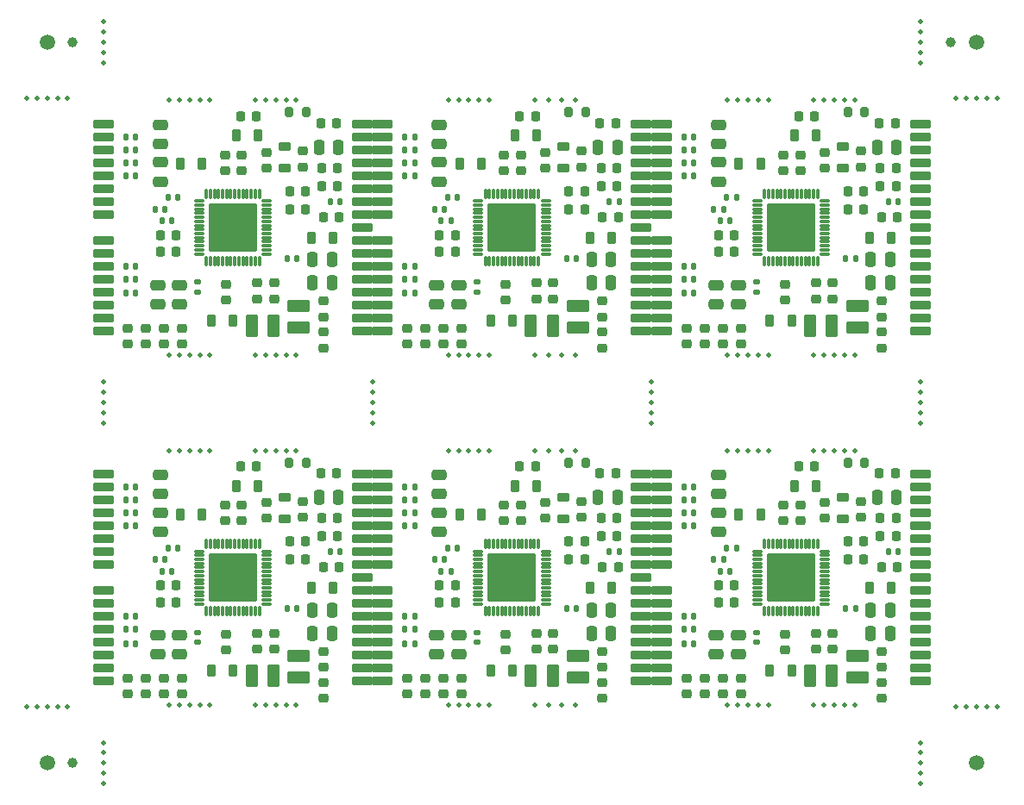
<source format=gts>
%TF.GenerationSoftware,KiCad,Pcbnew,9.0.5*%
%TF.CreationDate,2025-11-15T17:58:45+00:00*%
%TF.ProjectId,pmic_panel,706d6963-5f70-4616-9e65-6c2e6b696361,rev?*%
%TF.SameCoordinates,Original*%
%TF.FileFunction,Soldermask,Top*%
%TF.FilePolarity,Negative*%
%FSLAX46Y46*%
G04 Gerber Fmt 4.6, Leading zero omitted, Abs format (unit mm)*
G04 Created by KiCad (PCBNEW 9.0.5) date 2025-11-15 17:58:45*
%MOMM*%
%LPD*%
G01*
G04 APERTURE LIST*
G04 Aperture macros list*
%AMRoundRect*
0 Rectangle with rounded corners*
0 $1 Rounding radius*
0 $2 $3 $4 $5 $6 $7 $8 $9 X,Y pos of 4 corners*
0 Add a 4 corners polygon primitive as box body*
4,1,4,$2,$3,$4,$5,$6,$7,$8,$9,$2,$3,0*
0 Add four circle primitives for the rounded corners*
1,1,$1+$1,$2,$3*
1,1,$1+$1,$4,$5*
1,1,$1+$1,$6,$7*
1,1,$1+$1,$8,$9*
0 Add four rect primitives between the rounded corners*
20,1,$1+$1,$2,$3,$4,$5,0*
20,1,$1+$1,$4,$5,$6,$7,0*
20,1,$1+$1,$6,$7,$8,$9,0*
20,1,$1+$1,$8,$9,$2,$3,0*%
G04 Aperture macros list end*
%ADD10RoundRect,0.250000X0.250000X0.475000X-0.250000X0.475000X-0.250000X-0.475000X0.250000X-0.475000X0*%
%ADD11RoundRect,0.225000X0.225000X0.250000X-0.225000X0.250000X-0.225000X-0.250000X0.225000X-0.250000X0*%
%ADD12C,0.500000*%
%ADD13RoundRect,0.225000X-0.250000X0.225000X-0.250000X-0.225000X0.250000X-0.225000X0.250000X0.225000X0*%
%ADD14RoundRect,0.120000X-0.880000X-0.280000X0.880000X-0.280000X0.880000X0.280000X-0.880000X0.280000X0*%
%ADD15RoundRect,0.140000X-0.140000X-0.170000X0.140000X-0.170000X0.140000X0.170000X-0.140000X0.170000X0*%
%ADD16RoundRect,0.250000X0.475000X-0.250000X0.475000X0.250000X-0.475000X0.250000X-0.475000X-0.250000X0*%
%ADD17RoundRect,0.218750X-0.218750X-0.256250X0.218750X-0.256250X0.218750X0.256250X-0.218750X0.256250X0*%
%ADD18RoundRect,0.225000X0.250000X-0.225000X0.250000X0.225000X-0.250000X0.225000X-0.250000X-0.225000X0*%
%ADD19RoundRect,0.140000X0.140000X0.170000X-0.140000X0.170000X-0.140000X-0.170000X0.140000X-0.170000X0*%
%ADD20C,1.500000*%
%ADD21RoundRect,0.250000X0.850000X-0.375000X0.850000X0.375000X-0.850000X0.375000X-0.850000X-0.375000X0*%
%ADD22RoundRect,0.250000X-0.375000X-0.850000X0.375000X-0.850000X0.375000X0.850000X-0.375000X0.850000X0*%
%ADD23RoundRect,0.218750X-0.218750X-0.381250X0.218750X-0.381250X0.218750X0.381250X-0.218750X0.381250X0*%
%ADD24RoundRect,0.225000X-0.225000X-0.250000X0.225000X-0.250000X0.225000X0.250000X-0.225000X0.250000X0*%
%ADD25RoundRect,0.200000X0.200000X0.275000X-0.200000X0.275000X-0.200000X-0.275000X0.200000X-0.275000X0*%
%ADD26RoundRect,0.160000X0.391500X-0.000010X0.391500X0.000010X-0.391500X0.000010X-0.391500X-0.000010X0*%
%ADD27RoundRect,0.160000X-0.000010X-0.391650X0.000010X-0.391650X0.000010X0.391650X-0.000010X0.391650X0*%
%ADD28RoundRect,0.060000X-2.273300X-2.273300X2.273300X-2.273300X2.273300X2.273300X-2.273300X2.273300X0*%
%ADD29RoundRect,0.218750X0.218750X0.381250X-0.218750X0.381250X-0.218750X-0.381250X0.218750X-0.381250X0*%
%ADD30RoundRect,0.140000X-0.170000X0.140000X-0.170000X-0.140000X0.170000X-0.140000X0.170000X0.140000X0*%
%ADD31RoundRect,0.250000X-0.475000X0.250000X-0.475000X-0.250000X0.475000X-0.250000X0.475000X0.250000X0*%
%ADD32RoundRect,0.218750X0.381250X-0.218750X0.381250X0.218750X-0.381250X0.218750X-0.381250X-0.218750X0*%
%ADD33C,1.000000*%
G04 APERTURE END LIST*
D10*
%TO.C,C35*%
X131448000Y-67226000D03*
X129548000Y-67226000D03*
%TD*%
D11*
%TO.C,C40*%
X131400000Y-71036000D03*
X129850000Y-71036000D03*
%TD*%
D12*
%TO.C,KiKit_MB_23_2*%
X172666666Y-87600000D03*
%TD*%
D13*
%TO.C,C33*%
X184790000Y-50974000D03*
X184790000Y-52524000D03*
%TD*%
%TO.C,C34*%
X110813000Y-50593000D03*
X110813000Y-52143000D03*
%TD*%
D12*
%TO.C,KiKit_MB_14_4*%
X126333333Y-62600000D03*
%TD*%
D13*
%TO.C,C9*%
X178313000Y-46148000D03*
X178313000Y-47698000D03*
%TD*%
D14*
%TO.C,U2*%
X108400000Y-64940000D03*
X108400000Y-66210000D03*
X108400000Y-67480000D03*
X108400000Y-68750000D03*
X108400000Y-70020000D03*
X108400000Y-71290000D03*
X108400000Y-72560000D03*
X108400000Y-73830000D03*
X108400000Y-76370000D03*
X108400000Y-77640000D03*
X108400000Y-78910000D03*
X108400000Y-80180000D03*
X108400000Y-81450000D03*
X108400000Y-82720000D03*
X108400000Y-83990000D03*
X108400000Y-85260000D03*
X133800000Y-85260000D03*
X133800000Y-83990000D03*
X133800000Y-82720000D03*
X133800000Y-81450000D03*
X133800000Y-80180000D03*
X133800000Y-78910000D03*
X133800000Y-77640000D03*
X133800000Y-76370000D03*
X133800000Y-75100000D03*
X133800000Y-73830000D03*
X133800000Y-72560000D03*
X133800000Y-71290000D03*
X133800000Y-70020000D03*
X133800000Y-68750000D03*
X133800000Y-67480000D03*
X133800000Y-66210000D03*
X133800000Y-64940000D03*
%TD*%
D12*
%TO.C,KiKit_MB_31_2*%
X108400000Y-91300000D03*
%TD*%
D15*
%TO.C,C23*%
X110587000Y-44510000D03*
X111547000Y-44510000D03*
%TD*%
%TO.C,C22*%
X137987000Y-47177000D03*
X138947000Y-47177000D03*
%TD*%
D16*
%TO.C,C4*%
X113734000Y-48254000D03*
X113734000Y-46354000D03*
%TD*%
D12*
%TO.C,KiKit_MB_29_6*%
X108400000Y-24500000D03*
%TD*%
D15*
%TO.C,C26*%
X165387000Y-33080000D03*
X166347000Y-33080000D03*
%TD*%
D13*
%TO.C,C8*%
X175265000Y-46275000D03*
X175265000Y-47825000D03*
%TD*%
%TO.C,C31*%
X170947000Y-84993000D03*
X170947000Y-86543000D03*
%TD*%
D12*
%TO.C,KiKit_MB_2_5*%
X127333333Y-28200000D03*
%TD*%
D14*
%TO.C,U2*%
X108400000Y-30540000D03*
X108400000Y-31810000D03*
X108400000Y-33080000D03*
X108400000Y-34350000D03*
X108400000Y-35620000D03*
X108400000Y-36890000D03*
X108400000Y-38160000D03*
X108400000Y-39430000D03*
X108400000Y-41970000D03*
X108400000Y-43240000D03*
X108400000Y-44510000D03*
X108400000Y-45780000D03*
X108400000Y-47050000D03*
X108400000Y-48320000D03*
X108400000Y-49590000D03*
X108400000Y-50860000D03*
X133800000Y-50860000D03*
X133800000Y-49590000D03*
X133800000Y-48320000D03*
X133800000Y-47050000D03*
X133800000Y-45780000D03*
X133800000Y-44510000D03*
X133800000Y-43240000D03*
X133800000Y-41970000D03*
X133800000Y-40700000D03*
X133800000Y-39430000D03*
X133800000Y-38160000D03*
X133800000Y-36890000D03*
X133800000Y-35620000D03*
X133800000Y-34350000D03*
X133800000Y-33080000D03*
X133800000Y-31810000D03*
X133800000Y-30540000D03*
%TD*%
D12*
%TO.C,KiKit_MB_27_4*%
X162200000Y-57900000D03*
%TD*%
%TO.C,KiKit_MB_1_4*%
X117866667Y-28200000D03*
%TD*%
D13*
%TO.C,C31*%
X143547000Y-50593000D03*
X143547000Y-52143000D03*
%TD*%
D17*
%TO.C,D1*%
X129742500Y-30430000D03*
X131317500Y-30430000D03*
%TD*%
D13*
%TO.C,C5*%
X112591000Y-50593000D03*
X112591000Y-52143000D03*
%TD*%
D11*
%TO.C,C38*%
X123399000Y-29778000D03*
X121849000Y-29778000D03*
%TD*%
D18*
%TO.C,C12*%
X175138000Y-35125000D03*
X175138000Y-33575000D03*
%TD*%
D19*
%TO.C,C15*%
X143138000Y-72179000D03*
X142178000Y-72179000D03*
%TD*%
D13*
%TO.C,C10*%
X152564000Y-80548000D03*
X152564000Y-82098000D03*
%TD*%
D12*
%TO.C,KiKit_MB_8_1*%
X154733333Y-53200000D03*
%TD*%
D13*
%TO.C,C30*%
X169169000Y-50593000D03*
X169169000Y-52143000D03*
%TD*%
D10*
%TO.C,C7*%
X185613000Y-78275000D03*
X183713000Y-78275000D03*
%TD*%
D12*
%TO.C,KiKit_MB_12_4*%
X179133333Y-53200000D03*
%TD*%
D19*
%TO.C,C2*%
X131613000Y-38160000D03*
X130653000Y-38160000D03*
%TD*%
%TO.C,C29*%
X115103000Y-74465000D03*
X114143000Y-74465000D03*
%TD*%
D20*
%TO.C,KiKit_TO_1*%
X102900000Y-22500000D03*
%TD*%
D12*
%TO.C,KiKit_MB_21_4*%
X172666666Y-62600000D03*
%TD*%
D21*
%TO.C,L7*%
X127577000Y-50538000D03*
X127577000Y-48388000D03*
%TD*%
D18*
%TO.C,C19*%
X151802000Y-34871000D03*
X151802000Y-33321000D03*
%TD*%
D10*
%TO.C,C7*%
X158213000Y-43875000D03*
X156313000Y-43875000D03*
%TD*%
D13*
%TO.C,C33*%
X184790000Y-85374000D03*
X184790000Y-86924000D03*
%TD*%
D15*
%TO.C,C27*%
X110587000Y-66210000D03*
X111547000Y-66210000D03*
%TD*%
D12*
%TO.C,KiKit_MB_36_6*%
X196100000Y-87800000D03*
%TD*%
D15*
%TO.C,C1*%
X181262000Y-78148000D03*
X182222000Y-78148000D03*
%TD*%
%TO.C,C23*%
X165387000Y-44510000D03*
X166347000Y-44510000D03*
%TD*%
D22*
%TO.C,L6*%
X177746000Y-84752000D03*
X179896000Y-84752000D03*
%TD*%
D12*
%TO.C,KiKit_MB_4_1*%
X127333333Y-53200000D03*
%TD*%
D15*
%TO.C,C22*%
X165387000Y-81577000D03*
X166347000Y-81577000D03*
%TD*%
D12*
%TO.C,KiKit_MB_13_1*%
X114866667Y-62600000D03*
%TD*%
D23*
%TO.C,L2*%
X119021500Y-49844000D03*
X121146500Y-49844000D03*
%TD*%
D11*
%TO.C,C39*%
X186200000Y-34858000D03*
X184650000Y-34858000D03*
%TD*%
D10*
%TO.C,C6*%
X185613000Y-80561000D03*
X183713000Y-80561000D03*
%TD*%
D11*
%TO.C,C20*%
X170325000Y-75862000D03*
X168775000Y-75862000D03*
%TD*%
D12*
%TO.C,KiKit_MB_31_5*%
X108400000Y-94300000D03*
%TD*%
D15*
%TO.C,C1*%
X126462000Y-78148000D03*
X127422000Y-78148000D03*
%TD*%
D11*
%TO.C,C38*%
X178199000Y-64178000D03*
X176649000Y-64178000D03*
%TD*%
D12*
%TO.C,KiKit_MB_23_5*%
X169666666Y-87600000D03*
%TD*%
D15*
%TO.C,C18*%
X165387000Y-80180000D03*
X166347000Y-80180000D03*
%TD*%
%TO.C,C1*%
X153862000Y-43748000D03*
X154822000Y-43748000D03*
%TD*%
D14*
%TO.C,U2*%
X163200000Y-30540000D03*
X163200000Y-31810000D03*
X163200000Y-33080000D03*
X163200000Y-34350000D03*
X163200000Y-35620000D03*
X163200000Y-36890000D03*
X163200000Y-38160000D03*
X163200000Y-39430000D03*
X163200000Y-41970000D03*
X163200000Y-43240000D03*
X163200000Y-44510000D03*
X163200000Y-45780000D03*
X163200000Y-47050000D03*
X163200000Y-48320000D03*
X163200000Y-49590000D03*
X163200000Y-50860000D03*
X188600000Y-50860000D03*
X188600000Y-49590000D03*
X188600000Y-48320000D03*
X188600000Y-47050000D03*
X188600000Y-45780000D03*
X188600000Y-44510000D03*
X188600000Y-43240000D03*
X188600000Y-41970000D03*
X188600000Y-40700000D03*
X188600000Y-39430000D03*
X188600000Y-38160000D03*
X188600000Y-36890000D03*
X188600000Y-35620000D03*
X188600000Y-34350000D03*
X188600000Y-33080000D03*
X188600000Y-31810000D03*
X188600000Y-30540000D03*
%TD*%
D24*
%TO.C,C14*%
X181475000Y-38922000D03*
X183025000Y-38922000D03*
%TD*%
D12*
%TO.C,KiKit_MB_32_4*%
X188600000Y-93300000D03*
%TD*%
D15*
%TO.C,C18*%
X137987000Y-80180000D03*
X138947000Y-80180000D03*
%TD*%
D13*
%TO.C,C41*%
X127958000Y-67594000D03*
X127958000Y-69144000D03*
%TD*%
D12*
%TO.C,KiKit_MB_11_1*%
X173666666Y-53200000D03*
%TD*%
D10*
%TO.C,C35*%
X158848000Y-32826000D03*
X156948000Y-32826000D03*
%TD*%
D23*
%TO.C,L4*%
X176234500Y-31683000D03*
X178359500Y-31683000D03*
%TD*%
D12*
%TO.C,KiKit_MB_7_4*%
X143266666Y-53200000D03*
%TD*%
%TO.C,KiKit_MB_16_3*%
X125333333Y-87600000D03*
%TD*%
%TO.C,KiKit_MB_17_4*%
X145266666Y-62600000D03*
%TD*%
%TO.C,KiKit_MB_34_3*%
X101900000Y-87800000D03*
%TD*%
D20*
%TO.C,KiKit_TO_2*%
X194100000Y-22500000D03*
%TD*%
D12*
%TO.C,KiKit_MB_20_1*%
X154733333Y-87600000D03*
%TD*%
D18*
%TO.C,C11*%
X176789000Y-35125000D03*
X176789000Y-33575000D03*
%TD*%
D21*
%TO.C,L7*%
X154977000Y-84938000D03*
X154977000Y-82788000D03*
%TD*%
D25*
%TO.C,R1*%
X155705000Y-29380000D03*
X154055000Y-29380000D03*
%TD*%
D12*
%TO.C,KiKit_MB_28_4*%
X188600000Y-57900000D03*
%TD*%
%TO.C,KiKit_MB_4_3*%
X125333333Y-53200000D03*
%TD*%
D18*
%TO.C,C11*%
X121989000Y-35125000D03*
X121989000Y-33575000D03*
%TD*%
D19*
%TO.C,C29*%
X169903000Y-74465000D03*
X168943000Y-74465000D03*
%TD*%
D24*
%TO.C,C13*%
X126675000Y-37144000D03*
X128225000Y-37144000D03*
%TD*%
D12*
%TO.C,KiKit_MB_16_5*%
X123333333Y-87600000D03*
%TD*%
D11*
%TO.C,C40*%
X186200000Y-71036000D03*
X184650000Y-71036000D03*
%TD*%
D12*
%TO.C,KiKit_MB_4_4*%
X124333333Y-53200000D03*
%TD*%
D10*
%TO.C,C35*%
X158848000Y-67226000D03*
X156948000Y-67226000D03*
%TD*%
D16*
%TO.C,C4*%
X141134000Y-48254000D03*
X141134000Y-46354000D03*
%TD*%
D23*
%TO.C,L4*%
X176234500Y-66083000D03*
X178359500Y-66083000D03*
%TD*%
D13*
%TO.C,C30*%
X114369000Y-50593000D03*
X114369000Y-52143000D03*
%TD*%
D19*
%TO.C,C2*%
X131613000Y-72560000D03*
X130653000Y-72560000D03*
%TD*%
D12*
%TO.C,KiKit_MB_23_4*%
X170666666Y-87600000D03*
%TD*%
D17*
%TO.C,D1*%
X184542500Y-64830000D03*
X186117500Y-64830000D03*
%TD*%
D10*
%TO.C,C6*%
X158213000Y-80561000D03*
X156313000Y-80561000D03*
%TD*%
%TO.C,C7*%
X185613000Y-43875000D03*
X183713000Y-43875000D03*
%TD*%
D26*
%TO.C,U1*%
X172589000Y-38099675D03*
X172589000Y-38499725D03*
X172589000Y-38899775D03*
X172589000Y-39299825D03*
X172589000Y-39699875D03*
X172589000Y-40099925D03*
X172589000Y-40499975D03*
X172589000Y-40900025D03*
X172589000Y-41300075D03*
X172589000Y-41700125D03*
X172589000Y-42100175D03*
X172589000Y-42500225D03*
X172589000Y-42900275D03*
X172589000Y-43300325D03*
D27*
X173299675Y-44011000D03*
X173699725Y-44011000D03*
X174099775Y-44011000D03*
X174499825Y-44011000D03*
X174899875Y-44011000D03*
X175299925Y-44011000D03*
X175699975Y-44011000D03*
X176100025Y-44011000D03*
X176500075Y-44011000D03*
X176900125Y-44011000D03*
X177300175Y-44011000D03*
X177700225Y-44011000D03*
X178100275Y-44011000D03*
X178500325Y-44011000D03*
D26*
X179211000Y-43300325D03*
X179211000Y-42900275D03*
X179211000Y-42500225D03*
X179211000Y-42100175D03*
X179211000Y-41700125D03*
X179211000Y-41300075D03*
X179211000Y-40900025D03*
X179211000Y-40499975D03*
X179211000Y-40099925D03*
X179211000Y-39699875D03*
X179211000Y-39299825D03*
X179211000Y-38899775D03*
X179211000Y-38499725D03*
X179211000Y-38099675D03*
D27*
X178500325Y-37389000D03*
X178100275Y-37389000D03*
X177700225Y-37389000D03*
X177300175Y-37389000D03*
X176900125Y-37389000D03*
X176500075Y-37389000D03*
X176100025Y-37389000D03*
X175699975Y-37389000D03*
X175299925Y-37389000D03*
X174899875Y-37389000D03*
X174499825Y-37389000D03*
X174099775Y-37389000D03*
X173699725Y-37389000D03*
X173299675Y-37389000D03*
D28*
X175900000Y-40700000D03*
%TD*%
D12*
%TO.C,KiKit_MB_35_6*%
X196100000Y-28000000D03*
%TD*%
%TO.C,KiKit_MB_36_2*%
X192100000Y-87800000D03*
%TD*%
D16*
%TO.C,C4*%
X168534000Y-48254000D03*
X168534000Y-46354000D03*
%TD*%
D11*
%TO.C,C38*%
X150799000Y-64178000D03*
X149249000Y-64178000D03*
%TD*%
D12*
%TO.C,KiKit_MB_34_4*%
X102900000Y-87800000D03*
%TD*%
D11*
%TO.C,C21*%
X170325000Y-43113000D03*
X168775000Y-43113000D03*
%TD*%
D29*
%TO.C,L5*%
X118098500Y-68877000D03*
X115973500Y-68877000D03*
%TD*%
D12*
%TO.C,KiKit_MB_7_2*%
X145266666Y-53200000D03*
%TD*%
D19*
%TO.C,C15*%
X170538000Y-37779000D03*
X169578000Y-37779000D03*
%TD*%
D13*
%TO.C,C10*%
X125164000Y-46148000D03*
X125164000Y-47698000D03*
%TD*%
D10*
%TO.C,C7*%
X158213000Y-78275000D03*
X156313000Y-78275000D03*
%TD*%
D16*
%TO.C,C36*%
X141388000Y-66906000D03*
X141388000Y-65006000D03*
%TD*%
D13*
%TO.C,C34*%
X165613000Y-50593000D03*
X165613000Y-52143000D03*
%TD*%
D15*
%TO.C,C24*%
X110587000Y-70020000D03*
X111547000Y-70020000D03*
%TD*%
D19*
%TO.C,C29*%
X115103000Y-40065000D03*
X114143000Y-40065000D03*
%TD*%
D29*
%TO.C,L5*%
X172898500Y-34477000D03*
X170773500Y-34477000D03*
%TD*%
D10*
%TO.C,C35*%
X131448000Y-32826000D03*
X129548000Y-32826000D03*
%TD*%
D12*
%TO.C,KiKit_MB_32_6*%
X188600000Y-95300000D03*
%TD*%
D13*
%TO.C,C31*%
X116147000Y-50593000D03*
X116147000Y-52143000D03*
%TD*%
D12*
%TO.C,KiKit_MB_26_6*%
X134800000Y-59900000D03*
%TD*%
%TO.C,KiKit_MB_10_1*%
X178133333Y-28200000D03*
%TD*%
%TO.C,KiKit_MB_10_2*%
X179133333Y-28200000D03*
%TD*%
D23*
%TO.C,L4*%
X148834500Y-66083000D03*
X150959500Y-66083000D03*
%TD*%
D11*
%TO.C,C40*%
X158800000Y-71036000D03*
X157250000Y-71036000D03*
%TD*%
D30*
%TO.C,C17*%
X145071000Y-46062000D03*
X145071000Y-47022000D03*
%TD*%
D12*
%TO.C,KiKit_MB_19_5*%
X142266666Y-87600000D03*
%TD*%
%TO.C,KiKit_MB_19_2*%
X145266666Y-87600000D03*
%TD*%
D15*
%TO.C,C18*%
X110587000Y-80180000D03*
X111547000Y-80180000D03*
%TD*%
D16*
%TO.C,C3*%
X170693000Y-48254000D03*
X170693000Y-46354000D03*
%TD*%
D11*
%TO.C,C20*%
X142925000Y-75862000D03*
X141375000Y-75862000D03*
%TD*%
D12*
%TO.C,KiKit_MB_7_5*%
X142266666Y-53200000D03*
%TD*%
D23*
%TO.C,L1*%
X128800500Y-41716000D03*
X130925500Y-41716000D03*
%TD*%
D13*
%TO.C,C8*%
X120465000Y-46275000D03*
X120465000Y-47825000D03*
%TD*%
D12*
%TO.C,KiKit_MB_17_2*%
X143266666Y-62600000D03*
%TD*%
D29*
%TO.C,L5*%
X118098500Y-34477000D03*
X115973500Y-34477000D03*
%TD*%
D12*
%TO.C,KiKit_MB_14_2*%
X124333333Y-62600000D03*
%TD*%
D24*
%TO.C,C13*%
X181475000Y-37144000D03*
X183025000Y-37144000D03*
%TD*%
D19*
%TO.C,C15*%
X170538000Y-72179000D03*
X169578000Y-72179000D03*
%TD*%
D12*
%TO.C,KiKit_MB_28_5*%
X188600000Y-58900000D03*
%TD*%
D16*
%TO.C,C4*%
X141134000Y-82654000D03*
X141134000Y-80754000D03*
%TD*%
D15*
%TO.C,C26*%
X137987000Y-67480000D03*
X138947000Y-67480000D03*
%TD*%
D12*
%TO.C,KiKit_MB_10_5*%
X182133333Y-28200000D03*
%TD*%
D26*
%TO.C,U1*%
X145189000Y-38099675D03*
X145189000Y-38499725D03*
X145189000Y-38899775D03*
X145189000Y-39299825D03*
X145189000Y-39699875D03*
X145189000Y-40099925D03*
X145189000Y-40499975D03*
X145189000Y-40900025D03*
X145189000Y-41300075D03*
X145189000Y-41700125D03*
X145189000Y-42100175D03*
X145189000Y-42500225D03*
X145189000Y-42900275D03*
X145189000Y-43300325D03*
D27*
X145899675Y-44011000D03*
X146299725Y-44011000D03*
X146699775Y-44011000D03*
X147099825Y-44011000D03*
X147499875Y-44011000D03*
X147899925Y-44011000D03*
X148299975Y-44011000D03*
X148700025Y-44011000D03*
X149100075Y-44011000D03*
X149500125Y-44011000D03*
X149900175Y-44011000D03*
X150300225Y-44011000D03*
X150700275Y-44011000D03*
X151100325Y-44011000D03*
D26*
X151811000Y-43300325D03*
X151811000Y-42900275D03*
X151811000Y-42500225D03*
X151811000Y-42100175D03*
X151811000Y-41700125D03*
X151811000Y-41300075D03*
X151811000Y-40900025D03*
X151811000Y-40499975D03*
X151811000Y-40099925D03*
X151811000Y-39699875D03*
X151811000Y-39299825D03*
X151811000Y-38899775D03*
X151811000Y-38499725D03*
X151811000Y-38099675D03*
D27*
X151100325Y-37389000D03*
X150700275Y-37389000D03*
X150300225Y-37389000D03*
X149900175Y-37389000D03*
X149500125Y-37389000D03*
X149100075Y-37389000D03*
X148700025Y-37389000D03*
X148299975Y-37389000D03*
X147899925Y-37389000D03*
X147499875Y-37389000D03*
X147099825Y-37389000D03*
X146699775Y-37389000D03*
X146299725Y-37389000D03*
X145899675Y-37389000D03*
D28*
X148500000Y-40700000D03*
%TD*%
D15*
%TO.C,C23*%
X137987000Y-44510000D03*
X138947000Y-44510000D03*
%TD*%
D18*
%TO.C,C11*%
X176789000Y-69525000D03*
X176789000Y-67975000D03*
%TD*%
D14*
%TO.C,U2*%
X163200000Y-64940000D03*
X163200000Y-66210000D03*
X163200000Y-67480000D03*
X163200000Y-68750000D03*
X163200000Y-70020000D03*
X163200000Y-71290000D03*
X163200000Y-72560000D03*
X163200000Y-73830000D03*
X163200000Y-76370000D03*
X163200000Y-77640000D03*
X163200000Y-78910000D03*
X163200000Y-80180000D03*
X163200000Y-81450000D03*
X163200000Y-82720000D03*
X163200000Y-83990000D03*
X163200000Y-85260000D03*
X188600000Y-85260000D03*
X188600000Y-83990000D03*
X188600000Y-82720000D03*
X188600000Y-81450000D03*
X188600000Y-80180000D03*
X188600000Y-78910000D03*
X188600000Y-77640000D03*
X188600000Y-76370000D03*
X188600000Y-75100000D03*
X188600000Y-73830000D03*
X188600000Y-72560000D03*
X188600000Y-71290000D03*
X188600000Y-70020000D03*
X188600000Y-68750000D03*
X188600000Y-67480000D03*
X188600000Y-66210000D03*
X188600000Y-64940000D03*
%TD*%
D21*
%TO.C,L7*%
X154977000Y-50538000D03*
X154977000Y-48388000D03*
%TD*%
D15*
%TO.C,C24*%
X165387000Y-35620000D03*
X166347000Y-35620000D03*
%TD*%
D12*
%TO.C,KiKit_MB_12_3*%
X180133333Y-53200000D03*
%TD*%
D21*
%TO.C,L7*%
X127577000Y-84938000D03*
X127577000Y-82788000D03*
%TD*%
D12*
%TO.C,KiKit_MB_33_2*%
X100900000Y-28000000D03*
%TD*%
D11*
%TO.C,C21*%
X115525000Y-77513000D03*
X113975000Y-77513000D03*
%TD*%
D12*
%TO.C,KiKit_MB_21_1*%
X169666666Y-62600000D03*
%TD*%
%TO.C,KiKit_MB_15_1*%
X118866667Y-87600000D03*
%TD*%
%TO.C,KiKit_MB_34_5*%
X103900000Y-87800000D03*
%TD*%
%TO.C,KiKit_MB_6_1*%
X150733333Y-28200000D03*
%TD*%
D11*
%TO.C,C38*%
X150799000Y-29778000D03*
X149249000Y-29778000D03*
%TD*%
D12*
%TO.C,KiKit_MB_22_3*%
X180133333Y-62600000D03*
%TD*%
D11*
%TO.C,C39*%
X158800000Y-34858000D03*
X157250000Y-34858000D03*
%TD*%
D31*
%TO.C,C37*%
X168788000Y-34289000D03*
X168788000Y-36189000D03*
%TD*%
D11*
%TO.C,C40*%
X186200000Y-36636000D03*
X184650000Y-36636000D03*
%TD*%
D32*
%TO.C,L3*%
X126180000Y-34904500D03*
X126180000Y-32779500D03*
%TD*%
D13*
%TO.C,C41*%
X127958000Y-33194000D03*
X127958000Y-34744000D03*
%TD*%
D12*
%TO.C,KiKit_MB_32_5*%
X188600000Y-94300000D03*
%TD*%
D11*
%TO.C,C38*%
X123399000Y-64178000D03*
X121849000Y-64178000D03*
%TD*%
D12*
%TO.C,KiKit_MB_27_5*%
X162200000Y-56900000D03*
%TD*%
D33*
%TO.C,KiKit_FID_T_1*%
X105400000Y-22500000D03*
%TD*%
D25*
%TO.C,R1*%
X183105000Y-29380000D03*
X181455000Y-29380000D03*
%TD*%
D12*
%TO.C,KiKit_MB_28_6*%
X188600000Y-59900000D03*
%TD*%
D24*
%TO.C,C14*%
X126675000Y-38922000D03*
X128225000Y-38922000D03*
%TD*%
D16*
%TO.C,C4*%
X168534000Y-82654000D03*
X168534000Y-80754000D03*
%TD*%
%TO.C,C3*%
X115893000Y-82654000D03*
X115893000Y-80754000D03*
%TD*%
D21*
%TO.C,L7*%
X182377000Y-50538000D03*
X182377000Y-48388000D03*
%TD*%
D26*
%TO.C,U1*%
X117789000Y-72499675D03*
X117789000Y-72899725D03*
X117789000Y-73299775D03*
X117789000Y-73699825D03*
X117789000Y-74099875D03*
X117789000Y-74499925D03*
X117789000Y-74899975D03*
X117789000Y-75300025D03*
X117789000Y-75700075D03*
X117789000Y-76100125D03*
X117789000Y-76500175D03*
X117789000Y-76900225D03*
X117789000Y-77300275D03*
X117789000Y-77700325D03*
D27*
X118499675Y-78411000D03*
X118899725Y-78411000D03*
X119299775Y-78411000D03*
X119699825Y-78411000D03*
X120099875Y-78411000D03*
X120499925Y-78411000D03*
X120899975Y-78411000D03*
X121300025Y-78411000D03*
X121700075Y-78411000D03*
X122100125Y-78411000D03*
X122500175Y-78411000D03*
X122900225Y-78411000D03*
X123300275Y-78411000D03*
X123700325Y-78411000D03*
D26*
X124411000Y-77700325D03*
X124411000Y-77300275D03*
X124411000Y-76900225D03*
X124411000Y-76500175D03*
X124411000Y-76100125D03*
X124411000Y-75700075D03*
X124411000Y-75300025D03*
X124411000Y-74899975D03*
X124411000Y-74499925D03*
X124411000Y-74099875D03*
X124411000Y-73699825D03*
X124411000Y-73299775D03*
X124411000Y-72899725D03*
X124411000Y-72499675D03*
D27*
X123700325Y-71789000D03*
X123300275Y-71789000D03*
X122900225Y-71789000D03*
X122500175Y-71789000D03*
X122100125Y-71789000D03*
X121700075Y-71789000D03*
X121300025Y-71789000D03*
X120899975Y-71789000D03*
X120499925Y-71789000D03*
X120099875Y-71789000D03*
X119699825Y-71789000D03*
X119299775Y-71789000D03*
X118899725Y-71789000D03*
X118499675Y-71789000D03*
D28*
X121100000Y-75100000D03*
%TD*%
D12*
%TO.C,KiKit_MB_20_3*%
X152066666Y-87600000D03*
%TD*%
%TO.C,KiKit_MB_19_3*%
X144266666Y-87600000D03*
%TD*%
%TO.C,KiKit_MB_11_4*%
X170666666Y-53200000D03*
%TD*%
%TO.C,KiKit_MB_5_2*%
X143266666Y-28200000D03*
%TD*%
%TO.C,KiKit_MB_13_4*%
X117866667Y-62600000D03*
%TD*%
D15*
%TO.C,C1*%
X153862000Y-78148000D03*
X154822000Y-78148000D03*
%TD*%
D23*
%TO.C,L1*%
X128800500Y-76116000D03*
X130925500Y-76116000D03*
%TD*%
D18*
%TO.C,C19*%
X124402000Y-34871000D03*
X124402000Y-33321000D03*
%TD*%
D11*
%TO.C,C39*%
X158800000Y-69258000D03*
X157250000Y-69258000D03*
%TD*%
D16*
%TO.C,C3*%
X170693000Y-82654000D03*
X170693000Y-80754000D03*
%TD*%
D13*
%TO.C,C33*%
X157390000Y-85374000D03*
X157390000Y-86924000D03*
%TD*%
D12*
%TO.C,KiKit_MB_14_3*%
X125333333Y-62600000D03*
%TD*%
D33*
%TO.C,KiKit_FID_T_2*%
X191600000Y-22500000D03*
%TD*%
D12*
%TO.C,KiKit_MB_9_2*%
X170666666Y-28200000D03*
%TD*%
%TO.C,KiKit_MB_30_4*%
X188600000Y-22500000D03*
%TD*%
%TO.C,KiKit_MB_9_4*%
X172666666Y-28200000D03*
%TD*%
D32*
%TO.C,L3*%
X153580000Y-34904500D03*
X153580000Y-32779500D03*
%TD*%
D25*
%TO.C,R1*%
X128305000Y-29380000D03*
X126655000Y-29380000D03*
%TD*%
D13*
%TO.C,C5*%
X139991000Y-50593000D03*
X139991000Y-52143000D03*
%TD*%
D16*
%TO.C,C36*%
X168788000Y-32506000D03*
X168788000Y-30606000D03*
%TD*%
D15*
%TO.C,C18*%
X110587000Y-45780000D03*
X111547000Y-45780000D03*
%TD*%
D12*
%TO.C,KiKit_MB_4_2*%
X126333333Y-53200000D03*
%TD*%
D11*
%TO.C,C21*%
X142925000Y-77513000D03*
X141375000Y-77513000D03*
%TD*%
D15*
%TO.C,C27*%
X165387000Y-66210000D03*
X166347000Y-66210000D03*
%TD*%
D13*
%TO.C,C31*%
X116147000Y-84993000D03*
X116147000Y-86543000D03*
%TD*%
D12*
%TO.C,KiKit_MB_26_4*%
X134800000Y-57900000D03*
%TD*%
D30*
%TO.C,C17*%
X172471000Y-46062000D03*
X172471000Y-47022000D03*
%TD*%
D10*
%TO.C,C6*%
X130813000Y-46161000D03*
X128913000Y-46161000D03*
%TD*%
D23*
%TO.C,L1*%
X156200500Y-76116000D03*
X158325500Y-76116000D03*
%TD*%
D11*
%TO.C,C20*%
X115525000Y-75862000D03*
X113975000Y-75862000D03*
%TD*%
D18*
%TO.C,C32*%
X129990000Y-49476000D03*
X129990000Y-47926000D03*
%TD*%
D19*
%TO.C,C29*%
X142503000Y-40065000D03*
X141543000Y-40065000D03*
%TD*%
D29*
%TO.C,L5*%
X172898500Y-68877000D03*
X170773500Y-68877000D03*
%TD*%
D12*
%TO.C,KiKit_MB_33_5*%
X103900000Y-28000000D03*
%TD*%
D15*
%TO.C,C27*%
X137987000Y-66210000D03*
X138947000Y-66210000D03*
%TD*%
D12*
%TO.C,KiKit_MB_10_3*%
X180133333Y-28200000D03*
%TD*%
D16*
%TO.C,C4*%
X113734000Y-82654000D03*
X113734000Y-80754000D03*
%TD*%
D19*
%TO.C,C29*%
X169903000Y-40065000D03*
X168943000Y-40065000D03*
%TD*%
D12*
%TO.C,KiKit_MB_16_2*%
X126333333Y-87600000D03*
%TD*%
D31*
%TO.C,C37*%
X168788000Y-68689000D03*
X168788000Y-70589000D03*
%TD*%
D23*
%TO.C,L4*%
X121434500Y-66083000D03*
X123559500Y-66083000D03*
%TD*%
D12*
%TO.C,KiKit_MB_13_3*%
X116866667Y-62600000D03*
%TD*%
D13*
%TO.C,C30*%
X141769000Y-50593000D03*
X141769000Y-52143000D03*
%TD*%
%TO.C,C8*%
X175265000Y-80675000D03*
X175265000Y-82225000D03*
%TD*%
D12*
%TO.C,KiKit_MB_30_5*%
X188600000Y-23500000D03*
%TD*%
D20*
%TO.C,KiKit_TO_3*%
X102900000Y-93300000D03*
%TD*%
D13*
%TO.C,C33*%
X129990000Y-85374000D03*
X129990000Y-86924000D03*
%TD*%
D12*
%TO.C,KiKit_MB_11_3*%
X171666666Y-53200000D03*
%TD*%
D15*
%TO.C,C24*%
X165387000Y-70020000D03*
X166347000Y-70020000D03*
%TD*%
D24*
%TO.C,C14*%
X154075000Y-73322000D03*
X155625000Y-73322000D03*
%TD*%
D32*
%TO.C,L3*%
X180980000Y-69304500D03*
X180980000Y-67179500D03*
%TD*%
D16*
%TO.C,C36*%
X113988000Y-32506000D03*
X113988000Y-30606000D03*
%TD*%
%TO.C,C36*%
X113988000Y-66906000D03*
X113988000Y-65006000D03*
%TD*%
D11*
%TO.C,C28*%
X131527000Y-39684000D03*
X129977000Y-39684000D03*
%TD*%
%TO.C,C28*%
X186327000Y-39684000D03*
X184777000Y-39684000D03*
%TD*%
D12*
%TO.C,KiKit_MB_35_4*%
X194100000Y-28000000D03*
%TD*%
%TO.C,KiKit_MB_29_2*%
X108400000Y-20500000D03*
%TD*%
D23*
%TO.C,L2*%
X146421500Y-84244000D03*
X148546500Y-84244000D03*
%TD*%
D15*
%TO.C,C23*%
X110587000Y-78910000D03*
X111547000Y-78910000D03*
%TD*%
D13*
%TO.C,C5*%
X167391000Y-50593000D03*
X167391000Y-52143000D03*
%TD*%
D30*
%TO.C,C17*%
X117671000Y-46062000D03*
X117671000Y-47022000D03*
%TD*%
D19*
%TO.C,C15*%
X143138000Y-37779000D03*
X142178000Y-37779000D03*
%TD*%
D12*
%TO.C,KiKit_MB_7_3*%
X144266666Y-53200000D03*
%TD*%
D18*
%TO.C,C32*%
X157390000Y-83876000D03*
X157390000Y-82326000D03*
%TD*%
D23*
%TO.C,L1*%
X183600500Y-76116000D03*
X185725500Y-76116000D03*
%TD*%
D12*
%TO.C,KiKit_MB_18_4*%
X154733333Y-62600000D03*
%TD*%
%TO.C,KiKit_MB_24_1*%
X182133333Y-87600000D03*
%TD*%
%TO.C,KiKit_MB_27_6*%
X162200000Y-55900000D03*
%TD*%
%TO.C,KiKit_MB_28_3*%
X188600000Y-56900000D03*
%TD*%
%TO.C,KiKit_MB_16_1*%
X127333333Y-87600000D03*
%TD*%
D15*
%TO.C,C24*%
X137987000Y-35620000D03*
X138947000Y-35620000D03*
%TD*%
%TO.C,C25*%
X110587000Y-68750000D03*
X111547000Y-68750000D03*
%TD*%
D18*
%TO.C,C11*%
X121989000Y-69525000D03*
X121989000Y-67975000D03*
%TD*%
D12*
%TO.C,KiKit_MB_33_6*%
X104900000Y-28000000D03*
%TD*%
D13*
%TO.C,C34*%
X110813000Y-84993000D03*
X110813000Y-86543000D03*
%TD*%
D11*
%TO.C,C20*%
X142925000Y-41462000D03*
X141375000Y-41462000D03*
%TD*%
D12*
%TO.C,KiKit_MB_8_2*%
X153399999Y-53200000D03*
%TD*%
%TO.C,KiKit_MB_6_3*%
X153399999Y-28200000D03*
%TD*%
D19*
%TO.C,C29*%
X142503000Y-74465000D03*
X141543000Y-74465000D03*
%TD*%
D13*
%TO.C,C9*%
X123513000Y-46148000D03*
X123513000Y-47698000D03*
%TD*%
D23*
%TO.C,L2*%
X119021500Y-84244000D03*
X121146500Y-84244000D03*
%TD*%
D13*
%TO.C,C31*%
X143547000Y-84993000D03*
X143547000Y-86543000D03*
%TD*%
D15*
%TO.C,C18*%
X137987000Y-45780000D03*
X138947000Y-45780000D03*
%TD*%
D12*
%TO.C,KiKit_MB_26_5*%
X134800000Y-58900000D03*
%TD*%
D13*
%TO.C,C10*%
X152564000Y-46148000D03*
X152564000Y-47698000D03*
%TD*%
D19*
%TO.C,C16*%
X141868000Y-73322000D03*
X140908000Y-73322000D03*
%TD*%
D12*
%TO.C,KiKit_MB_11_5*%
X169666666Y-53200000D03*
%TD*%
%TO.C,KiKit_MB_26_2*%
X134800000Y-55900000D03*
%TD*%
D18*
%TO.C,C32*%
X157390000Y-49476000D03*
X157390000Y-47926000D03*
%TD*%
D12*
%TO.C,KiKit_MB_17_1*%
X142266666Y-62600000D03*
%TD*%
%TO.C,KiKit_MB_21_2*%
X170666666Y-62600000D03*
%TD*%
D10*
%TO.C,C6*%
X130813000Y-80561000D03*
X128913000Y-80561000D03*
%TD*%
D15*
%TO.C,C25*%
X165387000Y-68750000D03*
X166347000Y-68750000D03*
%TD*%
D12*
%TO.C,KiKit_MB_25_5*%
X108400000Y-58900000D03*
%TD*%
%TO.C,KiKit_MB_20_2*%
X153399999Y-87600000D03*
%TD*%
D19*
%TO.C,C16*%
X169268000Y-73322000D03*
X168308000Y-73322000D03*
%TD*%
D10*
%TO.C,C7*%
X130813000Y-78275000D03*
X128913000Y-78275000D03*
%TD*%
D12*
%TO.C,KiKit_MB_31_3*%
X108400000Y-92300000D03*
%TD*%
%TO.C,KiKit_MB_6_4*%
X154733333Y-28200000D03*
%TD*%
D15*
%TO.C,C22*%
X110587000Y-81577000D03*
X111547000Y-81577000D03*
%TD*%
D14*
%TO.C,U2*%
X135800000Y-30540000D03*
X135800000Y-31810000D03*
X135800000Y-33080000D03*
X135800000Y-34350000D03*
X135800000Y-35620000D03*
X135800000Y-36890000D03*
X135800000Y-38160000D03*
X135800000Y-39430000D03*
X135800000Y-41970000D03*
X135800000Y-43240000D03*
X135800000Y-44510000D03*
X135800000Y-45780000D03*
X135800000Y-47050000D03*
X135800000Y-48320000D03*
X135800000Y-49590000D03*
X135800000Y-50860000D03*
X161200000Y-50860000D03*
X161200000Y-49590000D03*
X161200000Y-48320000D03*
X161200000Y-47050000D03*
X161200000Y-45780000D03*
X161200000Y-44510000D03*
X161200000Y-43240000D03*
X161200000Y-41970000D03*
X161200000Y-40700000D03*
X161200000Y-39430000D03*
X161200000Y-38160000D03*
X161200000Y-36890000D03*
X161200000Y-35620000D03*
X161200000Y-34350000D03*
X161200000Y-33080000D03*
X161200000Y-31810000D03*
X161200000Y-30540000D03*
%TD*%
D18*
%TO.C,C11*%
X149389000Y-35125000D03*
X149389000Y-33575000D03*
%TD*%
D12*
%TO.C,KiKit_MB_20_4*%
X150733333Y-87600000D03*
%TD*%
D15*
%TO.C,C23*%
X165387000Y-78910000D03*
X166347000Y-78910000D03*
%TD*%
%TO.C,C22*%
X137987000Y-81577000D03*
X138947000Y-81577000D03*
%TD*%
D19*
%TO.C,C16*%
X141868000Y-38922000D03*
X140908000Y-38922000D03*
%TD*%
%TO.C,C16*%
X114468000Y-73322000D03*
X113508000Y-73322000D03*
%TD*%
D12*
%TO.C,KiKit_MB_36_3*%
X193100000Y-87800000D03*
%TD*%
D15*
%TO.C,C22*%
X165387000Y-47177000D03*
X166347000Y-47177000D03*
%TD*%
D31*
%TO.C,C37*%
X113988000Y-34289000D03*
X113988000Y-36189000D03*
%TD*%
D15*
%TO.C,C26*%
X110587000Y-33080000D03*
X111547000Y-33080000D03*
%TD*%
D12*
%TO.C,KiKit_MB_15_4*%
X115866667Y-87600000D03*
%TD*%
D11*
%TO.C,C39*%
X186200000Y-69258000D03*
X184650000Y-69258000D03*
%TD*%
D23*
%TO.C,L2*%
X173821500Y-84244000D03*
X175946500Y-84244000D03*
%TD*%
D12*
%TO.C,KiKit_MB_18_1*%
X150733333Y-62600000D03*
%TD*%
D11*
%TO.C,C20*%
X115525000Y-41462000D03*
X113975000Y-41462000D03*
%TD*%
D12*
%TO.C,KiKit_MB_12_1*%
X182133333Y-53200000D03*
%TD*%
%TO.C,KiKit_MB_35_2*%
X192100000Y-28000000D03*
%TD*%
D13*
%TO.C,C33*%
X129990000Y-50974000D03*
X129990000Y-52524000D03*
%TD*%
D15*
%TO.C,C24*%
X110587000Y-35620000D03*
X111547000Y-35620000D03*
%TD*%
D11*
%TO.C,C21*%
X115525000Y-43113000D03*
X113975000Y-43113000D03*
%TD*%
D13*
%TO.C,C5*%
X139991000Y-84993000D03*
X139991000Y-86543000D03*
%TD*%
D15*
%TO.C,C27*%
X110587000Y-31810000D03*
X111547000Y-31810000D03*
%TD*%
D13*
%TO.C,C10*%
X179964000Y-46148000D03*
X179964000Y-47698000D03*
%TD*%
D29*
%TO.C,L5*%
X145498500Y-34477000D03*
X143373500Y-34477000D03*
%TD*%
D13*
%TO.C,C41*%
X155358000Y-33194000D03*
X155358000Y-34744000D03*
%TD*%
%TO.C,C30*%
X114369000Y-84993000D03*
X114369000Y-86543000D03*
%TD*%
D17*
%TO.C,D1*%
X157142500Y-64830000D03*
X158717500Y-64830000D03*
%TD*%
D13*
%TO.C,C41*%
X182758000Y-67594000D03*
X182758000Y-69144000D03*
%TD*%
D12*
%TO.C,KiKit_MB_24_2*%
X181133333Y-87600000D03*
%TD*%
D25*
%TO.C,R1*%
X128305000Y-63780000D03*
X126655000Y-63780000D03*
%TD*%
D12*
%TO.C,KiKit_MB_4_5*%
X123333333Y-53200000D03*
%TD*%
D19*
%TO.C,C16*%
X169268000Y-38922000D03*
X168308000Y-38922000D03*
%TD*%
%TO.C,C16*%
X114468000Y-38922000D03*
X113508000Y-38922000D03*
%TD*%
D12*
%TO.C,KiKit_MB_24_5*%
X178133333Y-87600000D03*
%TD*%
D18*
%TO.C,C32*%
X129990000Y-83876000D03*
X129990000Y-82326000D03*
%TD*%
D12*
%TO.C,KiKit_MB_3_3*%
X116866667Y-53200000D03*
%TD*%
D19*
%TO.C,C2*%
X186413000Y-38160000D03*
X185453000Y-38160000D03*
%TD*%
D13*
%TO.C,C9*%
X123513000Y-80548000D03*
X123513000Y-82098000D03*
%TD*%
D26*
%TO.C,U1*%
X172589000Y-72499675D03*
X172589000Y-72899725D03*
X172589000Y-73299775D03*
X172589000Y-73699825D03*
X172589000Y-74099875D03*
X172589000Y-74499925D03*
X172589000Y-74899975D03*
X172589000Y-75300025D03*
X172589000Y-75700075D03*
X172589000Y-76100125D03*
X172589000Y-76500175D03*
X172589000Y-76900225D03*
X172589000Y-77300275D03*
X172589000Y-77700325D03*
D27*
X173299675Y-78411000D03*
X173699725Y-78411000D03*
X174099775Y-78411000D03*
X174499825Y-78411000D03*
X174899875Y-78411000D03*
X175299925Y-78411000D03*
X175699975Y-78411000D03*
X176100025Y-78411000D03*
X176500075Y-78411000D03*
X176900125Y-78411000D03*
X177300175Y-78411000D03*
X177700225Y-78411000D03*
X178100275Y-78411000D03*
X178500325Y-78411000D03*
D26*
X179211000Y-77700325D03*
X179211000Y-77300275D03*
X179211000Y-76900225D03*
X179211000Y-76500175D03*
X179211000Y-76100125D03*
X179211000Y-75700075D03*
X179211000Y-75300025D03*
X179211000Y-74899975D03*
X179211000Y-74499925D03*
X179211000Y-74099875D03*
X179211000Y-73699825D03*
X179211000Y-73299775D03*
X179211000Y-72899725D03*
X179211000Y-72499675D03*
D27*
X178500325Y-71789000D03*
X178100275Y-71789000D03*
X177700225Y-71789000D03*
X177300175Y-71789000D03*
X176900125Y-71789000D03*
X176500075Y-71789000D03*
X176100025Y-71789000D03*
X175699975Y-71789000D03*
X175299925Y-71789000D03*
X174899875Y-71789000D03*
X174499825Y-71789000D03*
X174099775Y-71789000D03*
X173699725Y-71789000D03*
X173299675Y-71789000D03*
D28*
X175900000Y-75100000D03*
%TD*%
D15*
%TO.C,C27*%
X165387000Y-31810000D03*
X166347000Y-31810000D03*
%TD*%
D12*
%TO.C,KiKit_MB_19_1*%
X146266666Y-87600000D03*
%TD*%
D10*
%TO.C,C7*%
X130813000Y-43875000D03*
X128913000Y-43875000D03*
%TD*%
D18*
%TO.C,C11*%
X149389000Y-69525000D03*
X149389000Y-67975000D03*
%TD*%
D12*
%TO.C,KiKit_MB_1_2*%
X115866667Y-28200000D03*
%TD*%
D20*
%TO.C,KiKit_TO_4*%
X194100000Y-93300000D03*
%TD*%
D12*
%TO.C,KiKit_MB_26_3*%
X134800000Y-56900000D03*
%TD*%
%TO.C,KiKit_MB_14_1*%
X123333333Y-62600000D03*
%TD*%
D13*
%TO.C,C33*%
X157390000Y-50974000D03*
X157390000Y-52524000D03*
%TD*%
D19*
%TO.C,C2*%
X186413000Y-72560000D03*
X185453000Y-72560000D03*
%TD*%
D31*
%TO.C,C37*%
X113988000Y-68689000D03*
X113988000Y-70589000D03*
%TD*%
D25*
%TO.C,R1*%
X183105000Y-63780000D03*
X181455000Y-63780000D03*
%TD*%
D11*
%TO.C,C21*%
X170325000Y-77513000D03*
X168775000Y-77513000D03*
%TD*%
D32*
%TO.C,L3*%
X180980000Y-34904500D03*
X180980000Y-32779500D03*
%TD*%
D11*
%TO.C,C21*%
X142925000Y-43113000D03*
X141375000Y-43113000D03*
%TD*%
D15*
%TO.C,C1*%
X126462000Y-43748000D03*
X127422000Y-43748000D03*
%TD*%
D13*
%TO.C,C10*%
X125164000Y-80548000D03*
X125164000Y-82098000D03*
%TD*%
%TO.C,C34*%
X138213000Y-84993000D03*
X138213000Y-86543000D03*
%TD*%
D30*
%TO.C,C17*%
X145071000Y-80462000D03*
X145071000Y-81422000D03*
%TD*%
D22*
%TO.C,L6*%
X150346000Y-50352000D03*
X152496000Y-50352000D03*
%TD*%
D11*
%TO.C,C40*%
X131400000Y-36636000D03*
X129850000Y-36636000D03*
%TD*%
D12*
%TO.C,KiKit_MB_15_2*%
X117866667Y-87600000D03*
%TD*%
D23*
%TO.C,L2*%
X173821500Y-49844000D03*
X175946500Y-49844000D03*
%TD*%
D12*
%TO.C,KiKit_MB_3_4*%
X115866667Y-53200000D03*
%TD*%
D24*
%TO.C,C13*%
X181475000Y-71544000D03*
X183025000Y-71544000D03*
%TD*%
D11*
%TO.C,C39*%
X131400000Y-69258000D03*
X129850000Y-69258000D03*
%TD*%
D12*
%TO.C,KiKit_MB_9_1*%
X169666666Y-28200000D03*
%TD*%
%TO.C,KiKit_MB_21_5*%
X173666666Y-62600000D03*
%TD*%
D15*
%TO.C,C26*%
X165387000Y-67480000D03*
X166347000Y-67480000D03*
%TD*%
D13*
%TO.C,C5*%
X112591000Y-84993000D03*
X112591000Y-86543000D03*
%TD*%
%TO.C,C30*%
X169169000Y-84993000D03*
X169169000Y-86543000D03*
%TD*%
D18*
%TO.C,C12*%
X175138000Y-69525000D03*
X175138000Y-67975000D03*
%TD*%
D12*
%TO.C,KiKit_MB_18_2*%
X152066666Y-62600000D03*
%TD*%
%TO.C,KiKit_MB_33_3*%
X101900000Y-28000000D03*
%TD*%
D23*
%TO.C,L2*%
X146421500Y-49844000D03*
X148546500Y-49844000D03*
%TD*%
D22*
%TO.C,L6*%
X177746000Y-50352000D03*
X179896000Y-50352000D03*
%TD*%
D12*
%TO.C,KiKit_MB_6_2*%
X152066666Y-28200000D03*
%TD*%
D22*
%TO.C,L6*%
X150346000Y-84752000D03*
X152496000Y-84752000D03*
%TD*%
D33*
%TO.C,KiKit_FID_T_3*%
X105400000Y-93300000D03*
%TD*%
D30*
%TO.C,C17*%
X172471000Y-80462000D03*
X172471000Y-81422000D03*
%TD*%
D12*
%TO.C,KiKit_MB_22_1*%
X178133333Y-62600000D03*
%TD*%
%TO.C,KiKit_MB_16_4*%
X124333333Y-87600000D03*
%TD*%
D24*
%TO.C,C13*%
X154075000Y-37144000D03*
X155625000Y-37144000D03*
%TD*%
D13*
%TO.C,C9*%
X150913000Y-80548000D03*
X150913000Y-82098000D03*
%TD*%
D11*
%TO.C,C20*%
X170325000Y-41462000D03*
X168775000Y-41462000D03*
%TD*%
D12*
%TO.C,KiKit_MB_25_3*%
X108400000Y-56900000D03*
%TD*%
%TO.C,KiKit_MB_21_3*%
X171666666Y-62600000D03*
%TD*%
%TO.C,KiKit_MB_34_6*%
X104900000Y-87800000D03*
%TD*%
%TO.C,KiKit_MB_14_5*%
X127333333Y-62600000D03*
%TD*%
D23*
%TO.C,L1*%
X156200500Y-41716000D03*
X158325500Y-41716000D03*
%TD*%
D13*
%TO.C,C9*%
X150913000Y-46148000D03*
X150913000Y-47698000D03*
%TD*%
D12*
%TO.C,KiKit_MB_30_3*%
X188600000Y-21500000D03*
%TD*%
D29*
%TO.C,L5*%
X145498500Y-68877000D03*
X143373500Y-68877000D03*
%TD*%
D31*
%TO.C,C37*%
X141388000Y-34289000D03*
X141388000Y-36189000D03*
%TD*%
D15*
%TO.C,C27*%
X137987000Y-31810000D03*
X138947000Y-31810000D03*
%TD*%
D12*
%TO.C,KiKit_MB_31_6*%
X108400000Y-95300000D03*
%TD*%
%TO.C,KiKit_MB_30_6*%
X188600000Y-24500000D03*
%TD*%
D31*
%TO.C,C37*%
X141388000Y-68689000D03*
X141388000Y-70589000D03*
%TD*%
D24*
%TO.C,C13*%
X126675000Y-71544000D03*
X128225000Y-71544000D03*
%TD*%
D23*
%TO.C,L4*%
X121434500Y-31683000D03*
X123559500Y-31683000D03*
%TD*%
D12*
%TO.C,KiKit_MB_3_2*%
X117866667Y-53200000D03*
%TD*%
%TO.C,KiKit_MB_13_2*%
X115866667Y-62600000D03*
%TD*%
D30*
%TO.C,C17*%
X117671000Y-80462000D03*
X117671000Y-81422000D03*
%TD*%
D13*
%TO.C,C10*%
X179964000Y-80548000D03*
X179964000Y-82098000D03*
%TD*%
D12*
%TO.C,KiKit_MB_15_5*%
X114866667Y-87600000D03*
%TD*%
D22*
%TO.C,L6*%
X122946000Y-50352000D03*
X125096000Y-50352000D03*
%TD*%
D26*
%TO.C,U1*%
X145189000Y-72499675D03*
X145189000Y-72899725D03*
X145189000Y-73299775D03*
X145189000Y-73699825D03*
X145189000Y-74099875D03*
X145189000Y-74499925D03*
X145189000Y-74899975D03*
X145189000Y-75300025D03*
X145189000Y-75700075D03*
X145189000Y-76100125D03*
X145189000Y-76500175D03*
X145189000Y-76900225D03*
X145189000Y-77300275D03*
X145189000Y-77700325D03*
D27*
X145899675Y-78411000D03*
X146299725Y-78411000D03*
X146699775Y-78411000D03*
X147099825Y-78411000D03*
X147499875Y-78411000D03*
X147899925Y-78411000D03*
X148299975Y-78411000D03*
X148700025Y-78411000D03*
X149100075Y-78411000D03*
X149500125Y-78411000D03*
X149900175Y-78411000D03*
X150300225Y-78411000D03*
X150700275Y-78411000D03*
X151100325Y-78411000D03*
D26*
X151811000Y-77700325D03*
X151811000Y-77300275D03*
X151811000Y-76900225D03*
X151811000Y-76500175D03*
X151811000Y-76100125D03*
X151811000Y-75700075D03*
X151811000Y-75300025D03*
X151811000Y-74899975D03*
X151811000Y-74499925D03*
X151811000Y-74099875D03*
X151811000Y-73699825D03*
X151811000Y-73299775D03*
X151811000Y-72899725D03*
X151811000Y-72499675D03*
D27*
X151100325Y-71789000D03*
X150700275Y-71789000D03*
X150300225Y-71789000D03*
X149900175Y-71789000D03*
X149500125Y-71789000D03*
X149100075Y-71789000D03*
X148700025Y-71789000D03*
X148299975Y-71789000D03*
X147899925Y-71789000D03*
X147499875Y-71789000D03*
X147099825Y-71789000D03*
X146699775Y-71789000D03*
X146299725Y-71789000D03*
X145899675Y-71789000D03*
D28*
X148500000Y-75100000D03*
%TD*%
D11*
%TO.C,C28*%
X158927000Y-74084000D03*
X157377000Y-74084000D03*
%TD*%
D15*
%TO.C,C25*%
X137987000Y-34350000D03*
X138947000Y-34350000D03*
%TD*%
D12*
%TO.C,KiKit_MB_13_5*%
X118866667Y-62600000D03*
%TD*%
D16*
%TO.C,C3*%
X143293000Y-48254000D03*
X143293000Y-46354000D03*
%TD*%
D12*
%TO.C,KiKit_MB_29_5*%
X108400000Y-23500000D03*
%TD*%
%TO.C,KiKit_MB_23_3*%
X171666666Y-87600000D03*
%TD*%
D15*
%TO.C,C23*%
X137987000Y-78910000D03*
X138947000Y-78910000D03*
%TD*%
D21*
%TO.C,L7*%
X182377000Y-84938000D03*
X182377000Y-82788000D03*
%TD*%
D17*
%TO.C,D1*%
X184542500Y-30430000D03*
X186117500Y-30430000D03*
%TD*%
D12*
%TO.C,KiKit_MB_2_1*%
X123333333Y-28200000D03*
%TD*%
D11*
%TO.C,C39*%
X131400000Y-34858000D03*
X129850000Y-34858000D03*
%TD*%
D19*
%TO.C,C2*%
X159013000Y-38160000D03*
X158053000Y-38160000D03*
%TD*%
D12*
%TO.C,KiKit_MB_7_1*%
X146266666Y-53200000D03*
%TD*%
D24*
%TO.C,C14*%
X154075000Y-38922000D03*
X155625000Y-38922000D03*
%TD*%
D12*
%TO.C,KiKit_MB_33_4*%
X102900000Y-28000000D03*
%TD*%
D15*
%TO.C,C1*%
X181262000Y-43748000D03*
X182222000Y-43748000D03*
%TD*%
D12*
%TO.C,KiKit_MB_32_2*%
X188600000Y-91300000D03*
%TD*%
D15*
%TO.C,C26*%
X110587000Y-67480000D03*
X111547000Y-67480000D03*
%TD*%
D12*
%TO.C,KiKit_MB_5_1*%
X142266666Y-28200000D03*
%TD*%
D18*
%TO.C,C19*%
X179202000Y-34871000D03*
X179202000Y-33321000D03*
%TD*%
D12*
%TO.C,KiKit_MB_29_3*%
X108400000Y-21500000D03*
%TD*%
D16*
%TO.C,C36*%
X168788000Y-66906000D03*
X168788000Y-65006000D03*
%TD*%
D10*
%TO.C,C35*%
X186248000Y-32826000D03*
X184348000Y-32826000D03*
%TD*%
D12*
%TO.C,KiKit_MB_24_3*%
X180133333Y-87600000D03*
%TD*%
%TO.C,KiKit_MB_2_3*%
X125333333Y-28200000D03*
%TD*%
D11*
%TO.C,C38*%
X178199000Y-29778000D03*
X176649000Y-29778000D03*
%TD*%
D13*
%TO.C,C5*%
X167391000Y-84993000D03*
X167391000Y-86543000D03*
%TD*%
D18*
%TO.C,C19*%
X179202000Y-69271000D03*
X179202000Y-67721000D03*
%TD*%
D16*
%TO.C,C3*%
X115893000Y-48254000D03*
X115893000Y-46354000D03*
%TD*%
D14*
%TO.C,U2*%
X135800000Y-64940000D03*
X135800000Y-66210000D03*
X135800000Y-67480000D03*
X135800000Y-68750000D03*
X135800000Y-70020000D03*
X135800000Y-71290000D03*
X135800000Y-72560000D03*
X135800000Y-73830000D03*
X135800000Y-76370000D03*
X135800000Y-77640000D03*
X135800000Y-78910000D03*
X135800000Y-80180000D03*
X135800000Y-81450000D03*
X135800000Y-82720000D03*
X135800000Y-83990000D03*
X135800000Y-85260000D03*
X161200000Y-85260000D03*
X161200000Y-83990000D03*
X161200000Y-82720000D03*
X161200000Y-81450000D03*
X161200000Y-80180000D03*
X161200000Y-78910000D03*
X161200000Y-77640000D03*
X161200000Y-76370000D03*
X161200000Y-75100000D03*
X161200000Y-73830000D03*
X161200000Y-72560000D03*
X161200000Y-71290000D03*
X161200000Y-70020000D03*
X161200000Y-68750000D03*
X161200000Y-67480000D03*
X161200000Y-66210000D03*
X161200000Y-64940000D03*
%TD*%
D12*
%TO.C,KiKit_MB_22_4*%
X181133333Y-62600000D03*
%TD*%
D18*
%TO.C,C12*%
X147738000Y-69525000D03*
X147738000Y-67975000D03*
%TD*%
D13*
%TO.C,C9*%
X178313000Y-80548000D03*
X178313000Y-82098000D03*
%TD*%
D12*
%TO.C,KiKit_MB_27_2*%
X162200000Y-59900000D03*
%TD*%
%TO.C,KiKit_MB_3_5*%
X114866667Y-53200000D03*
%TD*%
%TO.C,KiKit_MB_25_6*%
X108400000Y-59900000D03*
%TD*%
D17*
%TO.C,D1*%
X129742500Y-64830000D03*
X131317500Y-64830000D03*
%TD*%
D13*
%TO.C,C41*%
X155358000Y-67594000D03*
X155358000Y-69144000D03*
%TD*%
D12*
%TO.C,KiKit_MB_12_2*%
X181133333Y-53200000D03*
%TD*%
%TO.C,KiKit_MB_5_5*%
X146266666Y-28200000D03*
%TD*%
%TO.C,KiKit_MB_3_1*%
X118866667Y-53200000D03*
%TD*%
D15*
%TO.C,C25*%
X110587000Y-34350000D03*
X111547000Y-34350000D03*
%TD*%
D13*
%TO.C,C31*%
X170947000Y-50593000D03*
X170947000Y-52143000D03*
%TD*%
D15*
%TO.C,C26*%
X137987000Y-33080000D03*
X138947000Y-33080000D03*
%TD*%
D25*
%TO.C,R1*%
X155705000Y-63780000D03*
X154055000Y-63780000D03*
%TD*%
D12*
%TO.C,KiKit_MB_27_3*%
X162200000Y-58900000D03*
%TD*%
%TO.C,KiKit_MB_28_2*%
X188600000Y-55900000D03*
%TD*%
D13*
%TO.C,C8*%
X120465000Y-80675000D03*
X120465000Y-82225000D03*
%TD*%
D18*
%TO.C,C12*%
X120338000Y-69525000D03*
X120338000Y-67975000D03*
%TD*%
D12*
%TO.C,KiKit_MB_24_4*%
X179133333Y-87600000D03*
%TD*%
%TO.C,KiKit_MB_1_1*%
X114866667Y-28200000D03*
%TD*%
%TO.C,KiKit_MB_11_2*%
X172666666Y-53200000D03*
%TD*%
D13*
%TO.C,C30*%
X141769000Y-84993000D03*
X141769000Y-86543000D03*
%TD*%
D12*
%TO.C,KiKit_MB_15_3*%
X116866667Y-87600000D03*
%TD*%
D15*
%TO.C,C18*%
X165387000Y-45780000D03*
X166347000Y-45780000D03*
%TD*%
%TO.C,C25*%
X137987000Y-68750000D03*
X138947000Y-68750000D03*
%TD*%
D24*
%TO.C,C13*%
X154075000Y-71544000D03*
X155625000Y-71544000D03*
%TD*%
D12*
%TO.C,KiKit_MB_31_4*%
X108400000Y-93300000D03*
%TD*%
D15*
%TO.C,C22*%
X110587000Y-47177000D03*
X111547000Y-47177000D03*
%TD*%
D12*
%TO.C,KiKit_MB_30_2*%
X188600000Y-20500000D03*
%TD*%
%TO.C,KiKit_MB_35_3*%
X193100000Y-28000000D03*
%TD*%
D13*
%TO.C,C8*%
X147865000Y-80675000D03*
X147865000Y-82225000D03*
%TD*%
%TO.C,C34*%
X165613000Y-84993000D03*
X165613000Y-86543000D03*
%TD*%
D24*
%TO.C,C14*%
X126675000Y-73322000D03*
X128225000Y-73322000D03*
%TD*%
D12*
%TO.C,KiKit_MB_22_2*%
X179133333Y-62600000D03*
%TD*%
D11*
%TO.C,C28*%
X158927000Y-39684000D03*
X157377000Y-39684000D03*
%TD*%
D10*
%TO.C,C35*%
X186248000Y-67226000D03*
X184348000Y-67226000D03*
%TD*%
D12*
%TO.C,KiKit_MB_9_3*%
X171666666Y-28200000D03*
%TD*%
%TO.C,KiKit_MB_25_4*%
X108400000Y-57900000D03*
%TD*%
%TO.C,KiKit_MB_32_3*%
X188600000Y-92300000D03*
%TD*%
D15*
%TO.C,C25*%
X165387000Y-34350000D03*
X166347000Y-34350000D03*
%TD*%
D12*
%TO.C,KiKit_MB_19_4*%
X143266666Y-87600000D03*
%TD*%
%TO.C,KiKit_MB_29_4*%
X108400000Y-22500000D03*
%TD*%
%TO.C,KiKit_MB_8_3*%
X152066666Y-53200000D03*
%TD*%
D18*
%TO.C,C32*%
X184790000Y-83876000D03*
X184790000Y-82326000D03*
%TD*%
D12*
%TO.C,KiKit_MB_9_5*%
X173666666Y-28200000D03*
%TD*%
D18*
%TO.C,C19*%
X124402000Y-69271000D03*
X124402000Y-67721000D03*
%TD*%
D12*
%TO.C,KiKit_MB_35_5*%
X195100000Y-28000000D03*
%TD*%
%TO.C,KiKit_MB_1_3*%
X116866667Y-28200000D03*
%TD*%
%TO.C,KiKit_MB_1_5*%
X118866667Y-28200000D03*
%TD*%
%TO.C,KiKit_MB_12_5*%
X178133333Y-53200000D03*
%TD*%
D11*
%TO.C,C40*%
X158800000Y-36636000D03*
X157250000Y-36636000D03*
%TD*%
D26*
%TO.C,U1*%
X117789000Y-38099675D03*
X117789000Y-38499725D03*
X117789000Y-38899775D03*
X117789000Y-39299825D03*
X117789000Y-39699875D03*
X117789000Y-40099925D03*
X117789000Y-40499975D03*
X117789000Y-40900025D03*
X117789000Y-41300075D03*
X117789000Y-41700125D03*
X117789000Y-42100175D03*
X117789000Y-42500225D03*
X117789000Y-42900275D03*
X117789000Y-43300325D03*
D27*
X118499675Y-44011000D03*
X118899725Y-44011000D03*
X119299775Y-44011000D03*
X119699825Y-44011000D03*
X120099875Y-44011000D03*
X120499925Y-44011000D03*
X120899975Y-44011000D03*
X121300025Y-44011000D03*
X121700075Y-44011000D03*
X122100125Y-44011000D03*
X122500175Y-44011000D03*
X122900225Y-44011000D03*
X123300275Y-44011000D03*
X123700325Y-44011000D03*
D26*
X124411000Y-43300325D03*
X124411000Y-42900275D03*
X124411000Y-42500225D03*
X124411000Y-42100175D03*
X124411000Y-41700125D03*
X124411000Y-41300075D03*
X124411000Y-40900025D03*
X124411000Y-40499975D03*
X124411000Y-40099925D03*
X124411000Y-39699875D03*
X124411000Y-39299825D03*
X124411000Y-38899775D03*
X124411000Y-38499725D03*
X124411000Y-38099675D03*
D27*
X123700325Y-37389000D03*
X123300275Y-37389000D03*
X122900225Y-37389000D03*
X122500175Y-37389000D03*
X122100125Y-37389000D03*
X121700075Y-37389000D03*
X121300025Y-37389000D03*
X120899975Y-37389000D03*
X120499925Y-37389000D03*
X120099875Y-37389000D03*
X119699825Y-37389000D03*
X119299775Y-37389000D03*
X118899725Y-37389000D03*
X118499675Y-37389000D03*
D28*
X121100000Y-40700000D03*
%TD*%
D23*
%TO.C,L4*%
X148834500Y-31683000D03*
X150959500Y-31683000D03*
%TD*%
D12*
%TO.C,KiKit_MB_36_5*%
X195100000Y-87800000D03*
%TD*%
%TO.C,KiKit_MB_23_1*%
X173666666Y-87600000D03*
%TD*%
%TO.C,KiKit_MB_10_4*%
X181133333Y-28200000D03*
%TD*%
D32*
%TO.C,L3*%
X126180000Y-69304500D03*
X126180000Y-67179500D03*
%TD*%
D19*
%TO.C,C15*%
X115738000Y-37779000D03*
X114778000Y-37779000D03*
%TD*%
D18*
%TO.C,C19*%
X151802000Y-69271000D03*
X151802000Y-67721000D03*
%TD*%
D32*
%TO.C,L3*%
X153580000Y-69304500D03*
X153580000Y-67179500D03*
%TD*%
D12*
%TO.C,KiKit_MB_5_3*%
X144266666Y-28200000D03*
%TD*%
D18*
%TO.C,C12*%
X147738000Y-35125000D03*
X147738000Y-33575000D03*
%TD*%
D12*
%TO.C,KiKit_MB_34_2*%
X100900000Y-87800000D03*
%TD*%
D10*
%TO.C,C6*%
X185613000Y-46161000D03*
X183713000Y-46161000D03*
%TD*%
D23*
%TO.C,L1*%
X183600500Y-41716000D03*
X185725500Y-41716000D03*
%TD*%
D11*
%TO.C,C28*%
X131527000Y-74084000D03*
X129977000Y-74084000D03*
%TD*%
D19*
%TO.C,C15*%
X115738000Y-72179000D03*
X114778000Y-72179000D03*
%TD*%
D12*
%TO.C,KiKit_MB_17_3*%
X144266666Y-62600000D03*
%TD*%
D18*
%TO.C,C32*%
X184790000Y-49476000D03*
X184790000Y-47926000D03*
%TD*%
D19*
%TO.C,C2*%
X159013000Y-72560000D03*
X158053000Y-72560000D03*
%TD*%
D22*
%TO.C,L6*%
X122946000Y-84752000D03*
X125096000Y-84752000D03*
%TD*%
D15*
%TO.C,C24*%
X137987000Y-70020000D03*
X138947000Y-70020000D03*
%TD*%
D12*
%TO.C,KiKit_MB_25_2*%
X108400000Y-55900000D03*
%TD*%
%TO.C,KiKit_MB_36_4*%
X194100000Y-87800000D03*
%TD*%
D13*
%TO.C,C34*%
X138213000Y-50593000D03*
X138213000Y-52143000D03*
%TD*%
D12*
%TO.C,KiKit_MB_2_4*%
X126333333Y-28200000D03*
%TD*%
D18*
%TO.C,C12*%
X120338000Y-35125000D03*
X120338000Y-33575000D03*
%TD*%
D13*
%TO.C,C41*%
X182758000Y-33194000D03*
X182758000Y-34744000D03*
%TD*%
D16*
%TO.C,C36*%
X141388000Y-32506000D03*
X141388000Y-30606000D03*
%TD*%
D10*
%TO.C,C6*%
X158213000Y-46161000D03*
X156313000Y-46161000D03*
%TD*%
D12*
%TO.C,KiKit_MB_17_5*%
X146266666Y-62600000D03*
%TD*%
%TO.C,KiKit_MB_2_2*%
X124333333Y-28200000D03*
%TD*%
%TO.C,KiKit_MB_5_4*%
X145266666Y-28200000D03*
%TD*%
D17*
%TO.C,D1*%
X157142500Y-30430000D03*
X158717500Y-30430000D03*
%TD*%
D11*
%TO.C,C28*%
X186327000Y-74084000D03*
X184777000Y-74084000D03*
%TD*%
D12*
%TO.C,KiKit_MB_22_5*%
X182133333Y-62600000D03*
%TD*%
D24*
%TO.C,C14*%
X181475000Y-73322000D03*
X183025000Y-73322000D03*
%TD*%
D13*
%TO.C,C8*%
X147865000Y-46275000D03*
X147865000Y-47825000D03*
%TD*%
D12*
%TO.C,KiKit_MB_18_3*%
X153399999Y-62600000D03*
%TD*%
%TO.C,KiKit_MB_8_4*%
X150733333Y-53200000D03*
%TD*%
D16*
%TO.C,C3*%
X143293000Y-82654000D03*
X143293000Y-80754000D03*
%TD*%
M02*

</source>
